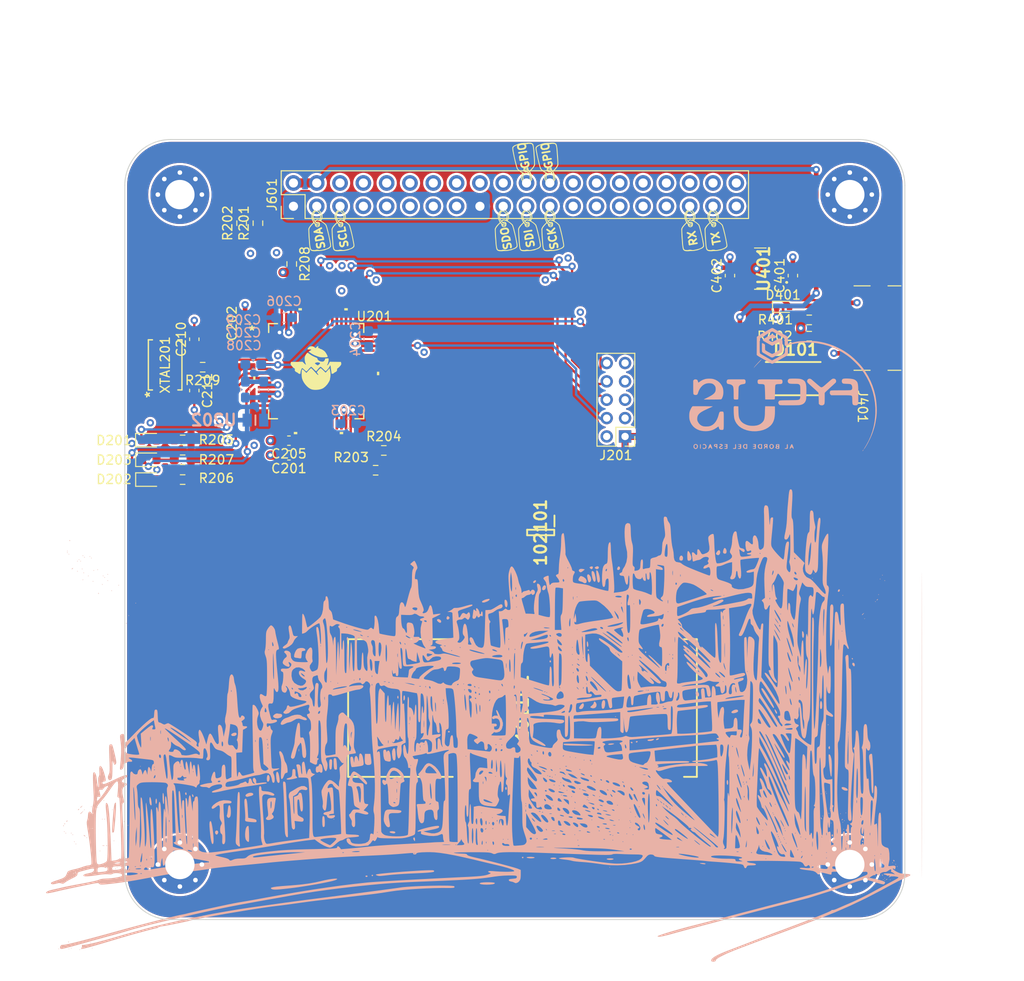
<source format=kicad_pcb>
(kicad_pcb (version 20211014) (generator pcbnew)
  (layers (0 "F.Cu" signal) (1 "In1.Cu" power "GND1.Cu") (2 "In2.Cu" power "GND2.Cu") (31 "B.Cu" signal) (34 "B.Paste" user) (35 "F.Paste" user) (36 "B.SilkS" user "B.Silkscreen") (37 "F.SilkS" user "F.Silkscreen") (38 "B.Mask" user) (39 "F.Mask" user) (44 "Edge.Cuts" user))
  (net 0 "")
  (net 1 "+5V")
  (net 2 "/USB Power/USB_VBUS")
  (net 3 "+3.3V")
  (net 4 "GND")
  (net 6 "/Board Connector/3.3V_PIN")
  (net 7 "/SPI_MOSI")
  (net 10 "/STM32 MCU/LED_R")
  (net 11 "Net-(D201-Pad2)")
  (net 12 "/STM32 MCU/LED_G")
  (net 13 "Net-(D202-Pad2)")
  (net 14 "/STM32 MCU/LED_YL")
  (net 15 "Net-(D203-Pad2)")
  (net 18 "Net-(J201-Pad4)")
  (net 19 "Net-(J201-Pad6)")
  (net 25 "/SCL_CONN")
  (net 26 "/SDA_CONN")
  (net 27 "/SPI_MISO")
  (net 28 "/SPI_SCK")
  (net 29 "/SERIAL_RX")
  (net 30 "/SERIAL_TX")
  (net 35 "/STM32 MCU/BOOT0")
  (net 36 "/STM32 MCU/HSE_OUT")
  (net 37 "Net-(C211-Pad1)")
  (net 38 "/STM32 MCU/NRST")
  (net 39 "/STM32 MCU/JTCK")
  (net 40 "/STM32 MCU/JTMS")
  (net 41 "/STM32 MCU/JTDO")
  (net 42 "/STM32 MCU/JTDI")
  (net 43 "/STM32 MCU/PWM_CH3")
  (net 49 "/STM32 MCU/ADC1")
  (net 50 "/STM32 MCU/ADC2")
  (net 51 "/STM32 MCU/ADC3")
  (net 52 "/STM32 MCU/ADC4")
  (net 53 "/STM32 MCU/PWM_CH4")
  (net 54 "/GPIO_13")
  (net 56 "/STM32 MCU/HSE_IN")
  (net 57 "+3.3VA")
  (net 59 "/GPIO_14")
  (net 72 "Net-(J401-PadA5)")
  (net 73 "Net-(J401-PadB5)")
  (net 81 "unconnected-(J401-PadS1)")
  (net 90 "/STM32 MCU/SCL1")
  (net 111 "/STM32 MCU/SDA1")
  (net 112 "/STM32 MCU/SCL2")
  (net 113 "/STM32 MCU/SDA2")
  (net 114 "/STM32 MCU/GPIO_13")
  (net 115 "/STM32 MCU/GPIO_14")
  (net 116 "/STM32 MCU/SPI_SCK")
  (net 117 "/STM32 MCU/~{SBMALERT}")
  (net 118 "/STM32 MCU/EN_5V")
  (net 119 "/STM32 MCU/EN_3V3")
  (net 120 "/STM32 MCU/SPI_MISO")
  (net 121 "/STM32 MCU/SPI_MOSI")
  (net 122 "/STM32 MCU/UART3_TX")
  (net 123 "/STM32 MCU/UART3_RX")
  (footprint "LOGO" (layer "F.Cu") (at 129.353 85.444)
    (fp_text reference "G002" hide)
    (fp_text value "LOGO" hide)
  )
  (footprint "Resistor_SMD:R_0603_1608Metric_Pad0.98x0.95mm_HandSolder" (layer "F.Cu") (at 123.571 69.469 -90)
    (fp_text reference "R201")
    (fp_text value "4.7k")
  )
  (footprint "Capacitor_SMD:C_0603_1608Metric_Pad1.08x0.95mm_HandSolder" (layer "F.Cu") (at 126.9492 94.7674 180)
    (fp_text reference "C201")
    (fp_text value "4.7uF")
  )
  (footprint "LED_SMD:LED_0603_1608Metric" (layer "F.Cu") (at 111.7229 93.1164)
    (fp_text reference "D201")
    (fp_text value "LED_R")
  )
  (footprint "Diode_SMD:D_SOD-523" (layer "F.Cu") (at 180.7972 78.5876)
    (fp_text reference "D401")
    (fp_text value "PESD5V0S1BB_115")
  )
  (footprint "LOGO" (layer "F.Cu") (at 155.067 62.992 -90)
    (fp_text reference "G***" hide)
    (fp_text value "LOGO" hide)
  )
  (footprint "LT1930ES5#TRMPBF:SOT95P280X145-5N" (layer "F.Cu") (at 154.3812 103.1748 -90)
    (fp_text reference "102101")
    (fp_text value "LT1930ES5#TRMPBF" hide)
  )
  (footprint "Resistor_SMD:R_0603_1608Metric_Pad0.98x0.95mm_HandSolder" (layer "F.Cu") (at 127.254 73.914 -90)
    (fp_text reference "R208")
    (fp_text value "10k")
  )
  (footprint "Connector_PinHeader_2.00mm:PinHeader_2x05_P2.00mm_Vertical" (layer "F.Cu") (at 163.576 92.71 180)
    (fp_text reference "J201")
    (fp_text value "Conn_ARM_JTAG_SWD_10")
  )
  (footprint "Capacitor_SMD:C_0603_1608Metric_Pad1.08x0.95mm_HandSolder" (layer "F.Cu") (at 181.864 75.184 90)
    (fp_text reference "C401")
    (fp_text value "4.7uF")
  )
  (footprint "Connector_USB:USB_C_Receptacle_GCT_USB4135-GF-A_6P_TopMnt_Horizontal" (layer "F.Cu") (at 190.627 80.899 90)
    (fp_text reference "J401")
    (fp_text value "USB_C_Receptacle_PowerOnly_6P")
  )
  (footprint "Connector_PinHeader_2.54mm:PinHeader_2x20_P2.54mm_Vertical" (layer "F.Cu") (at 127.44 67.63 90)
    (fp_text reference "J601")
    (fp_text value "Conn_02x20_Odd_Even")
  )
  (footprint "MountingHole:MountingHole_3.2mm_M3_Pad_Via" (layer "F.Cu") (at 115.065 139.355)
    (fp_text reference "M1203" hide)
    (fp_text value "MountingHole_Pad")
  )
  (footprint "LOGO" (layer "F.Cu") (at 130.302 70.231 90)
    (fp_text reference "G***" hide)
    (fp_text value "LOGO" hide)
  )
  (footprint "Resistor_SMD:R_0603_1608Metric_Pad0.98x0.95mm_HandSolder" (layer "F.Cu") (at 183.642 80.01 180)
    (fp_text reference "R401")
    (fp_text value "5.1k")
  )
  (footprint "LOGO" (layer "F.Cu") (at 150.622 70.231 90)
    (fp_text reference "G***" hide)
    (fp_text value "LOGO" hide)
  )
  (footprint "LOGO" (layer "F.Cu") (at 173.482 70.231 90)
    (fp_text reference "G***" hide)
    (fp_text value "LOGO" hide)
  )
  (footprint "Capacitor_SMD:C_0603_1608Metric_Pad1.08x0.95mm_HandSolder" (layer "F.Cu") (at 116.6368 82.1182 90)
    (fp_text reference "C210")
    (fp_text value "6pF")
  )
  (footprint "Resistor_SMD:R_0603_1608Metric_Pad0.98x0.95mm_HandSolder" (layer "F.Cu") (at 121.793 69.469 90)
    (fp_text reference "R202")
    (fp_text value "4.7k")
  )
  (footprint "LSM115JE3_TR13:DIOM5436X330N" (layer "F.Cu") (at 182.185 86.4092)
    (fp_text reference "D101")
    (fp_text value "LSM115JE3_TR13" hide)
  )
  (footprint "Capacitor_SMD:C_0603_1608Metric_Pad1.08x0.95mm_HandSolder" (layer "F.Cu") (at 116.6368 87.7062 -90)
    (fp_text reference "C211")
    (fp_text value "6pF")
  )
  (footprint "Capacitor_SMD:C_0603_1608Metric_Pad1.08x0.95mm_HandSolder" (layer "F.Cu") (at 175.006 75.184 90)
    (fp_text reference "C402")
    (fp_text value "4.7uF")
  )
  (footprint "LOGO" (layer "F.Cu") (at 170.942 70.231 90)
    (fp_text reference "G***" hide)
    (fp_text value "LOGO" hide)
  )
  (footprint "LED_SMD:LED_0603_1608Metric" (layer "F.Cu") (at 111.7345 97.409)
    (fp_text reference "D202")
    (fp_text value "LED_G")
  )
  (footprint "Resistor_SMD:R_0603_1608Metric_Pad0.98x0.95mm_HandSolder" (layer "F.Cu") (at 136.398 96.393)
    (fp_text reference "R203")
    (fp_text value "4.7k")
  )
  (footprint "Resistor_SMD:R_0603_1608Metric_Pad0.98x0.95mm_HandSolder" (layer "F.Cu") (at 115.3668 93.091 180)
    (fp_text reference "R205")
    (fp_text value "130")
  )
  (footprint "AP7361C-25Y5-13:AP7361C25Y513" (layer "F.Cu") (at 178.389 74.422 90)
    (fp_text reference "U401")
    (fp_text value "AP7361C-33Y5-13" hide)
  )
  (footprint "Resistor_SMD:R_0603_1608Metric_Pad0.98x0.95mm_HandSolder" (layer "F.Cu") (at 117.5512 85.1662 180)
    (fp_text reference "R209")
    (fp_text value "3.3k")
  )
  (footprint "NX5032GA-8.000M:XTAL_NX5032_NDK" (layer "F.Cu") (at 113.4618 84.9122 90)
    (fp_text reference "XTAL201")
    (fp_text value "NX5032GA-8.000M-STD-CSU-1")
  )
  (footprint "Capacitor_SMD:C_0603_1608Metric_Pad1.08x0.95mm_HandSolder" (layer "F.Cu") (at 122.174 80.391 90)
    (fp_text reference "C202")
    (fp_text value "100nF")
  )
  (footprint "Resistor_SMD:R_0603_1608Metric_Pad0.98x0.95mm_HandSolder" (layer "F.Cu") (at 115.3668 97.409 180)
    (fp_text reference "R206")
    (fp_text value "130")
  )
  (footprint "MountingHole:MountingHole_3.2mm_M3_Pad_Via" (layer "F.Cu") (at 188.065 66.355)
    (fp_text reference "M1202" hide)
    (fp_text value "MountingHole_Pad")
  )
  (footprint "Resistor_SMD:R_0603_1608Metric_Pad0.98x0.95mm_HandSolder" (layer "F.Cu") (at 183.642 81.788 180)
    (fp_text reference "R402")
    (fp_text value "5.1k")
  )
  (footprint "LOGO" (layer "F.Cu") (at 152.527 62.992 -90)
    (fp_text reference "G***" hide)
    (fp_text value "LOGO" hide)
  )
  (footprint "Resistor_SMD:R_0603_1608Metric_Pad0.98x0.95mm_HandSolder" (layer "F.Cu") (at 137.2875 94.234 180)
    (fp_text reference "R204")
    (fp_text value "4.7k")
  )
  (footprint "MountingHole:MountingHole_3.2mm_M3_Pad_Via" (layer "F.Cu") (at 115.065 66.355)
    (fp_text reference "M1201" hide)
    (fp_text value "MountingHole_Pad")
  )
  (footprint "RM-VT02:RMVT02" (layer "F.Cu") (at 152.4 122.301 90)
    (fp_text reference "101101")
    (fp_text value "RM-VT02" hide)
  )
  (footprint "MountingHole:MountingHole_3.2mm_M3_Pad_Via" (layer "F.Cu") (at 188.065 139.355)
    (fp_text reference "M1204" hide)
    (fp_text value "MountingHole_Pad")
  )
  (footprint "STM32L431RCT:LQFP-64" (layer "F.Cu") (at 129.921 85.598)
    (fp_text reference "U201")
    (fp_text value "STM32L431RCT")
  )
  (footprint "Capacitor_SMD:C_0603_1608Metric_Pad1.08x0.95mm_HandSolder" (layer "F.Cu") (at 126.9492 93.1672 180)
    (fp_text reference "C205")
    (fp_text value "100nF")
  )
  (footprint "LOGO" (layer "F.Cu") (at 155.702 70.231 90)
    (fp_text reference "G***" hide)
    (fp_text value "LOGO" hide)
  )
  (footprint "LOGO" (layer "F.Cu") (at 153.162 70.231 90)
    (fp_text reference "G***" hide)
    (fp_text value "LOGO" hide)
  )
  (footprint "LOGO" (layer "F.Cu") (at 132.842 70.231 90)
    (fp_text reference "G***" hide)
    (fp_text value "LOGO" hide)
  )
  (footprint "LED_SMD:LED_0603_1608Metric" (layer "F.Cu") (at 111.7345 95.25)
    (fp_text reference "D203")
    (fp_text value "LED_B")
  )
  (footprint "Resistor_SMD:R_0603_1608Metric_Pad0.98x0.95mm_HandSolder" (layer "F.Cu") (at 115.3668 95.25 180)
    (fp_text reference "R207")
    (fp_text value "120")
  )
  (footprint "Capacitor_SMD:C_0603_1608Metric_Pad1.08x0.95mm_HandSolder" (layer "B.Cu") (at 126.4158 79.756)
    (fp_text reference "C206")
    (fp_text value "100nF")
  )
  (footprint "Capacitor_SMD:C_0603_1608Metric_Pad1.08x0.95mm_HandSolder" (layer "B.Cu") (at 133.4262 91.313 180)
    (fp_text reference "C203")
    (fp_text value "100nF")
  )
  (footprint "LOGO" (layer "B.Cu") (at 147.89124 124.121334 180)
    (fp_text reference "G***")
    (fp_text value "LOGO" hide)
  )
  (footprint "Capacitor_SMD:C_0603_1608Metric_Pad1.08x0.95mm_HandSolder" (layer "B.Cu") (at 122.1994 87.6046 90)
    (fp_text reference "C207")
    (fp_text value "1uF")
  )
  (footprint "Capacitor_SMD:C_0603_1608Metric_Pad1.08x0.95mm_HandSolder" (layer "B.Cu") (at 135.636 82.0928 -90)
    (fp_text reference "C204")
    (fp_text value "100nF")
  )
  (footprint "HZ0805E601R-10:BEADC2012X90N" (layer "B.Cu") (at 123.3 90.932)
    (fp_text reference "U202")
    (fp_text value "HZ0805E601R-10" hide)
  )
  (footprint "Capacitor_SMD:C_0603_1608Metric_Pad1.08x0.95mm_HandSolder" (layer "B.Cu") (at 124.206 87.6046 90)
    (fp_text reference "C208")
    (fp_text value "10nF")
  )
  (footprint "Capacitor_SMD:C_0603_1608Metric_Pad1.08x0.95mm_HandSolder" (layer "B.Cu") (at 123.063 84.8614 180)
    (fp_text reference "C209")
    (fp_text value "100nF")
  )
  (footprint "LOGO" (layer "B.Cu") (at 179.609725 87.588361 180)
    (fp_text reference "G001" hide)
    (fp_text value "LOGO" hide)
  )
  (gr_arc (start 109.065 65.355) (mid 110.529466 61.819466) (end 114.065 60.355) (layer "Edge.Cuts") (width 0.1))
  (gr_arc (start 114.065 145.355) (mid 110.529466 143.890534) (end 109.065 140.355) (layer "Edge.Cuts") (width 0.1))
  (gr_arc (start 194.065 140.355) (mid 192.600534 143.890534) (end 189.065 145.355) (layer "Edge.Cuts") (width 0.1))
  (gr_line (start 194.065 65.355) (end 194.065 140.355) (layer "Edge.Cuts") (width 0.1))
  (gr_line (start 114.065 60.355) (end 189.065 60.355) (layer "Edge.Cuts") (width 0.1))
  (gr_line (start 109.065 140.355) (end 109.065 65.355) (layer "Edge.Cuts") (width 0.1))
  (gr_line (start 189.065 145.355) (end 114.065 145.355) (layer "Edge.Cuts") (width 0.1))
  (gr_arc (start 189.065 60.355) (mid 192.600534 61.819466) (end 194.065 65.355) (layer "Edge.Cuts") (width 0.1))
  (gr_text "TX" (at 173.482 71.12 100) (layer "F.SilkS") (effects (font (size 0.8128 0.8128) (thickness 0.1905))))
  (gr_text "GPIO" (at 155.067 62.103 100) (layer "F.SilkS") (effects (font (size 0.8128 0.8128) (thickness 0.1905))))
  (gr_text "SDI" (at 153.162 71.12 100) (layer "F.SilkS") (effects (font (size 0.8128 0.8128) (thickness 0.1905))))
  (gr_text "RX" (at 170.942 71.12 100) (layer "F.SilkS") (effects (font (size 0.8128 0.8128) (thickness 0.1905))))
  (gr_text "SDO" (at 150.622 71.12 100) (layer "F.SilkS") (effects (font (size 0.8128 0.8128) (thickness 0.1905))))
  (gr_text "SCK" (at 155.702 71.12 100) (layer "F.SilkS") (effects (font (size 0.8128 0.8128) (thickness 0.1905))))
  (gr_text "GPIO" (at 152.527 62.103 100) (layer "F.SilkS") (effects (font (size 0.8128 0.8128) (thickness 0.1905))))
  (gr_text "SCL" (at 132.841999 70.993 100) (layer "F.SilkS") (effects (font (size 0.8128 0.8128) (thickness 0.1905))))
  (gr_text "SDA" (at 130.302 71.12 100) (layer "F.SilkS") (effects (font (size 0.8128 0.8128) (thickness 0.1905))))
  (segment (start 176.089 86.419) (end 176.089 79.689) (width 0.508) (layer "F.Cu") (net 1))
  (segment (start 184.404 63.627) (end 184.404 77.089) (width 0.508) (layer "F.Cu") (net 1))
  (segment (start 127.44 65.09) (end 129.98 65.09) (width 1.016) (layer "F.Cu") (net 1))
  (segment (start 176.0988 86.4092) (end 176.089 86.419) (width 0.508) (layer "F.Cu") (net 1))
  (segment (start 179.985 86.4092) (end 176.0988 86.4092) (width 0.508) (layer "F.Cu") (net 1))
  (via (at 184.404 63.627) (size 0.8) (drill 0.4) (layers "F.Cu" "B.Cu") (net 1))
  (via (at 184.404 77.089) (size 0.8) (drill 0.4) (layers "F.Cu" "B.Cu") (net 1))
  (via (at 176.089 79.689) (size 0.8) (drill 0.4) (layers "F.Cu" "B.Cu") (net 1))
  (segment (start 183.007 78.486) (end 177.292 78.486) (width 0.508) (layer "B.Cu") (net 1))
  (segment (start 184.404 77.089) (end 183.007 78.486) (width 0.508) (layer "B.Cu") (net 1))
  (segment (start 184.3786 63.6016) (end 131.4684 63.6016) (width 0.508) (layer "B.Cu") (net 1))
  (segment (start 184.404 63.627) (end 184.3786 63.6016) (width 0.508) (layer "B.Cu") (net 1))
  (segment (start 131.4684 63.6016) (end 129.98 65.09) (width 0.508) (layer "B.Cu") (net 1))
  (segment (start 177.292 78.486) (end 176.089 79.689) (width 0.508) (layer "B.Cu") (net 1))
  (segment (start 187.5945 79.379) (end 186.186 79.379) (width 0.508) (layer "F.Cu") (net 2))
  (segment (start 185.388929 82.419) (end 187.5945 82.419) (width 0.508) (layer "F.Cu") (net 2))
  (segment (start 185.293 78.486) (end 181.483 78.486) (width 0.508) (layer "F.Cu") (net 2))
  (segment (start 188.3028 82.419) (end 187.5945 82.419) (width 0.508) (layer "F.Cu") (net 2))
  (segment (start 181.7395 75.922) (end 181.864 76.0465) (width 0.508) (layer "F.Cu") (net 2))
  (segment (start 182.88 75.0305) (end 182.88 72.898) (width 0.254) (layer "F.Cu") (net 2))
  (segment (start 186.186 79.379) (end 185.293 78.486) (width 0.508) (layer "F.Cu") (net 2))
  (segment (start 180.039 77.042) (end 180.039 75.922) (width 0.508) (layer "F.Cu") (net 2))
  (segment (start 181.483 78.486) (end 180.039 77.042) (width 0.508) (layer "F.Cu") (net 2))
  (segment (start 180.039 75.922) (end 181.7395 75.922) (width 0.508) (layer "F.Cu") (net 2))
  (segment (start 177.906 71.755) (end 176.739 72.922) (width 0.254) (layer "F.Cu") (net 2))
  (segment (start 184.385 86.4092) (end 184.385 83.422929) (width 0.508) (layer "F.Cu") (net 2))
  (segment (start 187.5945 79.379) (end 188.3958 79.379) (width 0.508) (layer "F.Cu") (net 2))
  (segment (start 188.6485 79.6317) (end 188.6485 82.0733) (width 0.508) (layer "F.Cu") (net 2))
  (segment (start 182.88 72.898) (end 181.737 71.755) (width 0.254) (layer "F.Cu") (net 2))
  (segment (start 181.737 71.755) (end 177.906 71.755) (width 0.254) (layer "F.Cu") (net 2))
  (segment (start 181.864 76.0465) (end 182.88 75.0305) (width 0.254) (layer "F.Cu") (net 2))
  (segment (start 188.3958 79.379) (end 188.6485 79.6317) (width 0.508) (layer "F.Cu") (net 2))
  (segment (start 188.6485 82.0733) (end 188.3028 82.419) (width 0.508) (layer "F.Cu") (net 2))
  (segment (start 184.385 83.422929) (end 185.388929 82.419) (width 0.508) (layer "F.Cu") (net 2))
  (segment (start 176.739 75.922) (end 175.1305 75.922) (width 0.508) (layer "F.Cu") (net 3))
  (segment (start 133.671 90.0776) (end 133.9342 89.8144) (width 0.254) (layer "F.Cu") (net 3))
  (segment (start 124.183 81.848) (end 122.7685 81.848) (width 0.254) (layer "F.Cu") (net 3))
  (segment (start 125.924297 81.3816) (end 126.171 81.134897) (width 0.254) (layer "F.Cu") (net 3))
  (segment (start 127.171 91.336) (end 127.171 92.5265) (width 0.254) (layer "F.Cu") (net 3))
  (segment (start 133.671 91.336) (end 133.671 90.0776) (width 0.254) (layer "F.Cu") (net 3))
  (segment (start 126.171 81.134897) (end 126.171 79.86) (width 0.254) (layer "F.Cu") (net 3))
  (segment (start 122.7685 81.848) (end 122.174 81.2535) (width 0.254) (layer "F.Cu") (net 3))
  (segment (start 127.171 92.5265) (end 127.8117 93.1672) (width 0.254) (layer "F.Cu") (net 3))
  (segment (start 175.1305 75.922) (end 175.006 76.0465) (width 0.508) (layer "F.Cu") (net 3))
  (via (at 125.924297 81.3816) (size 0.8) (drill 0.4) (layers "F.Cu" "B.Cu") (net 3))
  (via (at 134.1628 81.575897) (size 0.8) (drill 0.4) (layers "F.Cu" "B.Cu") (net 3))
  (via (at 133.9342 89.8144) (size 0.8) (drill 0.4) (layers "F.Cu" "B.Cu") (net 3))
  (segment (start 135.290403 81.575897) (end 135.636 81.2303) (width 0.254) (layer "B.Cu") (net 3))
  (segment (start 125.924297 81.3816) (end 125.924297 80.126997) (width 0.254) (layer "B.Cu") (net 3))
  (segment (start 133.9342 89.8144) (end 133.9342 90.9585) (width 0.254) (layer "B.Cu") (net 3))
  (segment (start 134.1628 81.575897) (end 135.290403 81.575897) (width 0.254) (layer "B.Cu") (net 3))
  (segment (start 133.9342 90.9585) (end 134.2887 91.313) (width 0.254) (layer "B.Cu") (net 3))
  (segment (start 125.924297 80.126997) (end 125.5533 79.756) (width 0.254) (layer "B.Cu") (net 3))
  (segment (start 126.671 91.336) (end 126.671 92.5829) (width 0.254) (layer "F.Cu") (net 4))
  (segment (start 126.671 92.5829) (end 126.0867 93.1672) (width 0.254) (layer "F.Cu") (net 4))
  (segment (start 133.171 91.336) (end 133.171 90.050703) (width 0.254) (layer "F.Cu") (net 4))
  (segment (start 125.469697 87.348) (end 125.73 87.087697) (width 0.254) (layer "F.Cu") (net 4))
  (segment (start 187.5945 78.149) (end 188.8304 78.149) (width 0.508) (layer "F.Cu") (net 4))
  (segment (start 133.171 90.050703) (end 132.934697 89.8144) (width 0.254) (layer "F.Cu") (net 4))
  (segment (start 124.9172 94.742) (end 126.0613 94.742) (width 1.016) (layer "F.Cu") (net 4))
  (segment (start 134.3902 82.348) (end 134.1628 82.5754) (width 0.254) (layer "F.Cu") (net 4))
  (segment (start 116.6368 81.2557) (end 116.6368 80.0608) (width 0.254) (layer "F.Cu") (net 4))
  (segment (start 116.6368 89.8144) (end 116.6368 88.5687) (width 0.254) (layer "F.Cu") (net 4))
  (segment (start 181.864 74.3215) (end 181.864 73.157714) (width 0.508) (layer "F.Cu") (net 4))
  (segment (start 180.039 74.422) (end 181.7635 74.422) (width 0.508) (layer "F.Cu") (net 4))
  (segment (start 173.8376 74.3204) (end 175.0049 74.3204) (width 0.508) (layer "F.Cu") (net 4))
  (segment (start 126.9238 81.3816) (end 126.671 81.1288) (width 0.254) (layer "F.Cu") (net 4))
  (segment (start 186.3412 83.649) (end 186.3344 83.6422) (width 0.508) (layer "F.Cu") (net 4))
  (segment (start 181.864 73.157714) (end 181.858286 73.152) (width 0.508) (layer "F.Cu") (net 4))
  (segment (start 126.0613 94.742) (end 126.0867 94.7674) (width 1.016) (layer "F.Cu") (net 4))
  (segment (start 175.0049 74.3204) (end 175.006 74.3215) (width 0.508) (layer "F.Cu") (net 4))
  (segment (start 177.914 74.422) (end 177.8135 74.3215) (width 0.508) (layer "F.Cu") (net 4))
  (segment (start 126.0867 93.1672) (end 126.0867 94.1567) (width 1.016) (layer "F.Cu") (net 4))
  (segment (start 180.086 78.5988) (end 180.0972 78.5876) (width 0.508) (layer "F.Cu") (net 4))
  (segment (start 180.086 79.7052) (end 180.086 78.5988) (width 0.508) (layer "F.Cu") (net 4))
  (segment (start 126.296804 74.8265) (end 127.254 74.8265) (width 1.016) (layer "F.Cu") (net 4))
  (segment (start 188.8304 78.149) (end 188.849 78.1304) (width 0.508) (layer "F.Cu") (net 4))
  (segment (start 182.7295 81.788) (end 182.7295 80.01) (width 1.016) (layer "F.Cu") (net 4))
  (segment (start 135.659 82.348) (end 134.3902 82.348) (width 0.254) (layer "F.Cu") (net 4))
  (segment (start 124.9172 93.1672) (end 126.0867 93.1672) (width 1.016) (layer "F.Cu") (net 4))
  (segment (start 177.8135 74.3215) (end 175.006 74.3215) (width 0.508) (layer "F.Cu") (net 4))
  (segment (start 126.671 81.1288) (end 126.671 79.86) (width 0.254) (layer "F.Cu") (net 4))
  (segment (start 175.006 74.3215) (end 175.006 73.152) (width 0.508) (layer "F.Cu") (net 4))
  (segment (start 126.0867 94.1567) (end 126.0867 94.7674) (width 1.016) (layer "F.Cu") (net 4))
  (segment (start 187.5945 83.649) (end 186.3412 83.649) (width 0.508) (layer "F.Cu") (net 4))
  (segment (start 181.7635 74.422) (end 181.864 74.3215) (width 0.508) (layer "F.Cu") (net 4))
  (segment (start 122.174 79.5285) (end 122.174 78.359) (width 0.508) (layer "F.Cu") (net 4))
  (segment (start 124.183 87.348) (end 125.469697 87.348) (width 0.254) (layer "F.Cu") (net 4))
  (via (at 134.1628 82.5754) (size 0.8) (drill 0.4) (layers "F.Cu" "B.Cu") (net 4))
  (via (at 181.858286 73.152) (size 0.8) (drill 0.4) (layers "F.Cu" "B.Cu") (net 4))
  (via (at 141.676755 83.5305) (size 0.8) (drill 0.4) (layers "F.Cu" "B.Cu") (net 4))
  (via (at 123.159272 93.679643) (size 0.8) (drill 0.4) (layers "F.Cu" "B.Cu") (net 4))
  (via (at 173.8376 74.3204) (size 0.8) (drill 0.4) (layers "F.Cu" "B.Cu") (net 4))
  (via (at 126.9238 81.3816) (size 0.8) (drill 0.4) (layers "F.Cu" "B.Cu") (net 4))
  (via (at 125.73 87.087697) (size 0.8) (drill 0.4) (layers "F.Cu" "B.Cu") (net 4))
  (via (at 154.886141 75.6565) (size 0.8) (drill 0.4) (layers "F.Cu" "B.Cu") (net 4))
  (via (at 157.37128 73.263988) (size 0.8) (drill 0.4) (layers "F.Cu" "B.Cu") (net 4))
  (via (at 112.564338 96.3345) (size 0.8) (drill 0.4) (layers "F.Cu" "B.Cu") (net 4))
  (via (at 109.841038 93.474535) (size 0.8) (drill 0.4) (layers "F.Cu" "B.Cu") (net 4))
  (via (at 131.383016 74.1055) (size 0.8) (drill 0.4) (layers "F.Cu" "B.Cu") (net 4))
  (via (at 119.399251 91.059) (size 0.8) (drill 0.4) (layers "F.Cu" "B.Cu") (net 4))
  (via (at 116.6368 89.8144) (size 0.8) (drill 0.4) (layers "F.Cu" "B.Cu") (net 4))
  (via (at 116.6368 80.0608) (size 0.8) (drill 0.4) (layers "F.Cu" "B.Cu") (net 4))
  (via (at 158.6992 79.162897) (size 0.8) (drill 0.4) (layers "F.Cu" "B.Cu") (net 4))
  (via (at 122.759344 72.767801) (size 0.8) (drill 0.4) (layers "F.Cu" "B.Cu") (net 4))
  (via (at 120.201959 93.180468) (size 0.8) (drill 0.4) (layers "F.Cu" "B.Cu") (net 4))
  (via (at 136.456348 75.6565) (size 0.8) (drill 0.4) (layers "F.Cu" "B.Cu") (net 4))
  (via (at 188.849 78.1304) (size 0.8) (drill 0.4) (layers "F.Cu" "B.Cu") (net 4))
  (via (at 132.698483 76.841236) (size 0.8) (drill 0.4) (layers "F.Cu" "B.Cu") (net 4))
  (via (at 124.9172 94.742) (size 0.8) (drill 0.4) (layers "F.Cu" "B.Cu") (net 4))
  (via (at 175.006 73.152) (size 0.8) (drill 0.4) (layers "F.Cu" "B.Cu") (net 4))
  (via (at 125.729746 83.904303) (size 0.8) (drill 0.4) (layers "F.Cu" "B.Cu") (net 4))
  (via (at 182.7295 80.9009) (size 0.8) (drill 0.4) (layers "F.Cu" "B.Cu") (net 4))
  (via (at 111.84066 91.2215) (size 0.8) (drill 0.4) (layers "F.Cu" "B.Cu") (net 4))
  (via (at 186.3344 83.6422) (size 0.8) (drill 0.4) (layers "F.Cu" "B.Cu") (net 4))
  (via (at 180.086 79.7052) (size 0.8) (drill 0.4) (layers "F.Cu" "B.Cu") (net 4))
  (via (at 124.9172 93.1672) (size 0.8) (drill 0.4) (layers "F.Cu" "B.Cu") (net 4))
  (via (at 177.914 74.422) (size 0.8) (drill 0.4) (layers "F.Cu" "B.Cu") (net 4))
  (via (at 132.731497 74.1055) (size 0.8) (drill 0.4) (layers "F.Cu" "B.Cu") (net 4))
  (via (at 125.599373 72.682821) (size 0.8) (drill 0.4) (layers "F.Cu" "B.Cu") (net 4))
  (via (at 122.174 78.359) (size 0.8) (drill 0.4) (layers "F.Cu" "B.Cu") (net 4))
  (via (at 126.296804 74.8265) (size 0.8) (drill 0.4) (layers "F.Cu" "B.Cu") (net 4))
  (via (at 132.934697 89.8144) (size 0.8) (drill 0.4) (layers "F.Cu" "B.Cu") (net 4))
  (segment (start 134.1628 82.5754) (end 135.2561 82.5754) (width 0.254) (layer "B.Cu") (net 4))
  (segment (start 122.2005 86.741) (end 122.1994 86.7421) (width 0.508) (layer "B.Cu") (net 4))
  (segment (start 122.1994 86.7421) (end 124.206 86.7421) (width 0.508) (layer "B.Cu") (net 4))
  (segment (start 122.2005 84.8614) (end 122.2005 86.741) (width 0.508) (layer "B.Cu") (net 4))
  (segment (start 132.934697 90.942003) (end 132.5637 91.313) (width 0.254) (layer "B.Cu") (net 4))
  (segment (start 125.73 87.087697) (end 124.551597 87.087697) (width 0.254) (layer "B.Cu") (net 4))
  (segment (start 124.551597 87.087697) (end 124.206 86.7421) (width 0.254) (layer "B.Cu") (net 4))
  (segment (start 126.9238 81.3816) (end 126.9238 80.1105) (width 0.254) (layer "B.Cu") (net 4))
  (segment (start 135.2561 82.5754) (end 135.636 82.9553) (width 0.254) (layer "B.Cu") (net 4))
  (segment (start 126.9238 80.1105) (end 127.2783 79.756) (width 0.254) (layer "B.Cu") (net 4))
  (segment (start 132.934697 89.8144) (end 132.934697 90.942003) (width 0.254) (layer "B.Cu") (net 4))
  (segment (start 122.051 85.848) (end 124.183 85.848) (width 0.254) (layer "F.Cu") (net 10))
  (segment (start 110.871 93.052) (end 110.9354 93.1164) (width 0.254) (layer "F.Cu") (net 10))
  (segment (start 120.162245 87.736755) (end 122.051 85.848) (width 0.254) (layer "F.Cu") (net 10))
  (segment (start 120.162245 91.693119) (end 120.162245 87.736755) (width 0.254) (layer "F.Cu") (net 10))
  (segment (start 120.1675 91.698374) (end 120.162245 91.693119) (width 0.254) (layer "F.Cu") (net 10))
  (segment (start 110.871 91.948) (end 110.871 93.052) (width 0.254) (layer "F.Cu") (net 10))
  (via (at 110.871 91.948) (size 0.8) (drill 0.4) (layers "F.Cu" "B.Cu") (net 10))
  (via (at 120.1675 91.698374) (size 0.8) (drill 0.4) (layers "F.Cu" "B.Cu") (net 10))
  (segment (start 120.1675 91.698374) (end 119.917874 91.948) (width 0.254) (layer "B.Cu") (net 10))
  (segment (start 119.917874 91.948) (end 110.871 91.948) (width 0.254) (layer "B.Cu") (net 10))
  (segment (start 112.5104 93.1164) (end 114.4289 93.1164) (width 0.254) (layer "F.Cu") (net 11))
  (segment (start 114.4289 93.1164) (end 114.4543 93.091) (width 0.254) (layer "F.Cu") (net 11))
  (segment (start 109.855 94.488) (end 109.855 96.317) (width 0.254) (layer "F.Cu") (net 12))
  (segment (start 121.158 87.479947) (end 122.289947 86.348) (width 0.254) (layer "F.Cu") (net 12))
  (segment (start 122.289947 86.348) (end 124.183 86.348) (width 0.254) (layer "F.Cu") (net 12))
  (segment (start 121.158 93.472) (end 121.158 87.479947) (width 0.254) (layer "F.Cu") (net 12))
  (segment (start 109.855 96.317) (end 110.947 97.409) (width 0.254) (layer "F.Cu") (net 12))
  (via (at 121.158 93.472) (size 0.8) (drill 0.4) (layers "F.Cu" "B.Cu") (net 12))
  (via (at 109.855 94.488) (size 0.8) (drill 0.4) (layers "F.Cu" "B.Cu") (net 12))
  (segment (start 109.855 94.488) (end 110.435532 93.907468) (width 0.254) (layer "B.Cu") (net 12))
  (segment (start 120.722532 93.907468) (end 121.158 93.472) (width 0.254) (layer "B.Cu") (net 12))
  (segment (start 110.435532 93.907468) (end 120.722532 93.907468) (width 0.254) (layer "B.Cu") (net 12))
  (segment (start 112.522 97.409) (end 114.4543 97.409) (width 0.254) (layer "F.Cu") (net 13))
  (segment (start 123.21 86.848) (end 124.183 86.848) (width 0.254) (layer "F.Cu") (net 14))
  (segment (start 122.321 87.737) (end 123.21 86.848) (width 0.254) (layer "F.Cu") (net 14))
  (segment (start 111.632029 95.974221) (end 111.632029 95.935029) (width 0.254) (layer "F.Cu") (net 14))
  (segment (start 111.632029 95.935029) (end 110.947 95.25) (width 0.254) (layer "F.Cu") (net 14))
  (segment (start 122.428 94.361) (end 122.321 94.254) (width 0.254) (layer "F.Cu") (net 14))
  (segment (start 122.321 94.254) (end 122.321 87.737) (width 0.254) (layer "F.Cu") (net 14))
  (via (at 122.428 94.361) (size 0.8) (drill 0.4) (layers "F.Cu" "B.Cu") (net 14))
  (via (at 111.632029 95.974221) (size 0.8) (drill 0.4) (layers "F.Cu" "B.Cu") (net 14))
  (segment (start 122.428 94.869) (end 122.428 94.361) (width 0.254) (layer "B.Cu") (net 14))
  (segment (start 111.632029 95.974221) (end 112.22925 95.377) (width 0.254) (layer "B.Cu") (net 14))
  (segment (start 112.22925 95.377) (end 121.92 95.377) (width 0.254) (layer "B.Cu") (net 14))
  (segment (start 121.92 95.377) (end 122.428 94.869) (width 0.254) (layer "B.Cu") (net 14))
  (segment (start 112.522 95.25) (end 114.4543 95.25) (width 0.254) (layer "F.Cu") (net 15))
  (segment (start 155.769 75.157) (end 156.21 75.598) (width 0.254) (layer "F.Cu") (net 18))
  (segment (start 156.21 84.841) (end 160.904 89.535) (width 0.254) (layer "F.Cu") (net 18))
  (segment (start 156.21 75.598) (end 156.21 84.841) (width 0.254) (layer "F.Cu") (net 18))
  (segment (start 135.382 75.9225) (end 135.382 75.311) (width 0.254) (layer "F.Cu") (net 18))
  (segment (start 135.382 75.311) (end 135.763 74.93) (width 0.254) (layer "F.Cu") (net 18))
  (via (at 135.763 74.93) (size 0.8) (drill 0.4) (layers "F.Cu" "B.Cu") (net 18))
  (via (at 155.769 75.157) (size 0.8) (drill 0.4) (layers "F.Cu" "B.Cu") (net 18))
  (segment (start 155.542 74.93) (end 135.763 74.93) (width 0.254) (layer "B.Cu") (net 18))
  (segment (start 155.769 75.157) (end 155.542 74.93) (width 0.254) (layer "B.Cu") (net 18))
  (segment (start 130.81 74.93) (end 130.429 74.549) (width 0.254) (layer "F.Cu") (net 19))
  (segment (start 157.099 74.836) (end 157.099 84.709) (width 0.254) (layer "F.Cu") (net 19))
  (segment (start 157.099 84.709) (end 160.655 88.265) (width 0.254) (layer "F.Cu") (net 19))
  (segment (start 156.394631 73.4765) (end 156.394631 74.131631) (width 0.254) (layer "F.Cu") (net 19))
  (segment (start 130.429 74.549) (end 130.429 73.533) (width 0.254) (layer "F.Cu") (net 19))
  (segment (start 156.394631 74.131631) (end 157.099 74.836) (width 0.254) (layer "F.Cu") (net 19))
  (segment (start 160.655 88.265) (end 160.904 88.265) (width 0.254) (layer "F.Cu") (net 19))
  (segment (start 130.81 75.9225) (end 130.81 74.93) (width 0.254) (layer "F.Cu") (net 19))
  (via (at 156.394631 73.4765) (size 0.8) (drill 0.4) (layers "F.Cu" "B.Cu") (net 19))
  (via (at 130.429 73.533) (size 0.8) (drill 0.4) (layers "F.Cu" "B.Cu") (net 19))
  (segment (start 134.286634 73.633) (end 134.032134 73.3785) (width 0.254) (layer "B.Cu") (net 19))
  (segment (start 156.238131 73.633) (end 134.286634 73.633) (width 0.254) (layer "B.Cu") (net 19))
  (segment (start 156.394631 73.4765) (end 156.238131 73.633) (width 0.254) (layer "B.Cu") (net 19))
  (segment (start 134.032134 73.3785) (end 130.5835 73.3785) (width 0.254) (layer "B.Cu") (net 19))
  (segment (start 130.5835 73.3785) (end 130.429 73.533) (width 0.254) (layer "B.Cu") (net 19))
  (segment (start 128.171 79.86) (end 128.171 73.9185) (width 0.254) (layer "F.Cu") (net 35))
  (segment (start 128.171 73.9185) (end 127.254 73.0015) (width 0.254) (layer "F.Cu") (net 35))
  (segment (start 124.183 84.348) (end 119.2819 84.348) (width 0.254) (layer "F.Cu") (net 36))
  (segment (start 119.2819 84.348) (end 118.4637 85.1662) (width 0.254) (layer "F.Cu") (net 36))
  (segment (start 116.6368 86.8437) (end 116.4093 87.0712) (width 0.254) (layer "F.Cu") (net 37))
  (segment (start 116.6368 86.8437) (end 116.6368 85.1681) (width 0.254) (layer "F.Cu") (net 37))
  (segment (start 116.4093 87.0712) (end 113.4618 87.0712) (width 0.254) (layer "F.Cu") (net 37))
  (segment (start 116.6368 85.1681) (end 116.6387 85.1662) (width 0.254) (layer "F.Cu") (net 37))
  (segment (start 159.1818 80.645) (end 158.6992 80.1624) (width 0.254) (layer "F.Cu") (net 38))
  (segment (start 160.904 85.725) (end 160.904 81.1815) (width 0.254) (layer "F.Cu") (net 38))
  (segment (start 125.675702 84.848) (end 124.183 84.848) (width 0.254) (layer "F.Cu") (net 38))
  (segment (start 159.6155 80.645) (end 159.1818 80.645) (width 0.254) (layer "F.Cu") (net 38))
  (segment (start 160.904 81.1815) (end 161.4405 80.645) (width 0.254) (layer "F.Cu") (net 38))
  (segment (start 125.731506 84.903804) (end 125.675702 84.848) (width 0.254) (layer "F.Cu") (net 38))
  (via (at 125.731506 84.903804) (size 0.8) (drill 0.4) (layers "F.Cu" "B.Cu") (net 38))
  (via (at 158.6992 80.1624) (size 0.8) (drill 0.4) (layers "F.Cu" "B.Cu") (net 38))
  (segment (start 127.123826 84.903804) (end 131.86523 80.1624) (width 0.254) (layer "B.Cu") (net 38))
  (segment (start 131.86523 80.1624) (end 158.6992 80.1624) (width 0.254) (layer "B.Cu") (net 38))
  (segment (start 123.967904 84.903804) (end 123.9255 84.8614) (width 0.254) (layer "B.Cu") (net 38))
  (segment (start 125.731506 84.903804) (end 123.967904 84.903804) (width 0.254) (layer "B.Cu") (net 38))
  (segment (start 125.731506 84.903804) (end 127.123826 84.903804) (width 0.254) (layer "B.Cu") (net 38))
  (segment (start 133.671 79.86) (end 133.671 79.308) (width 0.254) (layer "F.Cu") (net 39))
  (segment (start 139.7235 82.804) (end 140.97 82.804) (width 0.254) (layer "F.Cu") (net 39))
  (segment (start 133.671 79.308) (end 135.2315 77.7475) (width 0.254) (layer "F.Cu") (net 39))
  (segment (start 135.2315 77.7475) (end 135.382 77.7475) (width 0.254) (layer "F.Cu") (net 39))
  (via (at 140.97 82.804) (size 0.8) (drill 0.4) (layers "F.Cu" "B.Cu") (net 39))
  (segment (start 158.242 88.143) (end 160.904 90.805) (width 0.254) (layer "B.Cu") (net 39))
  (segment (start 140.97 82.804) (end 155.702 82.804) (width 0.254) (layer "B.Cu") (net 39))
  (segment (start 155.702 82.804) (end 158.242 85.344) (width 0.254) (layer "B.Cu") (net 39))
  (segment (start 158.242 85.344) (end 158.242 88.143) (width 0.254) (layer "B.Cu") (net 39))
  (segment (start 137.8545 82.848) (end 137.8985 82.804) (width 0.254) (layer "F.Cu") (net 40))
  (segment (start 135.659 82.848) (end 137.8545 82.848) (width 0.254) (layer "F.Cu") (net 40))
  (segment (start 130.671 79.86) (end 130.671 77.8865) (width 0.254) (layer "F.Cu") (net 41))
  (segment (start 130.671 77.8865) (end 130.81 77.7475) (width 0.254) (layer "F.Cu") (net 41))
  (segment (start 133.731 78.105) (end 133.731 77.7475) (width 0.254) (layer "F.Cu") (net 42))
  (segment (start 133.171 78.665) (end 133.731 78.105) (width 0.254) (layer "F.Cu") (net 42))
  (segment (start 157.801 84.395) (end 160.401 86.995) (width 0.254) (layer "F.Cu") (net 42))
  (segment (start 133.731 75.9225) (end 133.731 74.1055) (width 0.254) (layer "F.Cu") (net 42))
  (segment (start 157.801 74.1664) (end 157.801 84.395) (width 0.254) (layer "F.Cu") (net 42))
  (segment (start 133.171 79.86) (end 133.171 78.665) (width 0.254) (layer "F.Cu") (net 42))
  (segment (start 160.401 86.995) (end 160.904 86.995) (width 0.254) (layer "F.Cu") (net 42))
  (via (at 157.801 74.1664) (size 0.8) (drill 0.4) (layers "F.Cu" "B.Cu") (net 42))
  (via (at 133.731 74.1055) (size 0.8) (drill 0.4) (layers "F.Cu" "B.Cu") (net 42))
  (segment (start 157.6994 74.268) (end 157.801 74.1664) (width 0.254) (layer "B.Cu") (net 42))
  (segment (start 135.966634 74.1055) (end 136.129134 74.268) (width 0.254) (layer "B.Cu") (net 42))
  (segment (start 136.129134 74.268) (end 157.6994 74.268) (width 0.254) (layer "B.Cu") (net 42))
  (segment (start 133.731 74.1055) (end 135.966634 74.1055) (width 0.254) (layer "B.Cu") (net 42))
  (segment (start 124.183 83.848) (end 117.5041 83.848) (width 0.254) (layer "F.Cu") (net 56))
  (segment (start 116.4093 82.7532) (end 116.6368 82.9807) (width 0.254) (layer "F.Cu") (net 56))
  (segment (start 113.4618 82.7532) (end 116.4093 82.7532) (width 0.254) (layer "F.Cu") (net 56))
  (segment (start 117.5041 83.848) (end 116.6368 82.9807) (width 0.254) (layer "F.Cu") (net 56))
  (segment (start 124.183 87.848) (end 125.4908 87.848) (width 0.254) (layer "F.Cu") (net 57))
  (segment (start 125.4908 87.848) (end 125.73 88.0872) (width 0.254) (layer "F.Cu") (net 57))
  (via (at 125.73 88.0872) (size 0.8) (drill 0.4) (layers "F.Cu" "B.Cu") (net 57))
  (segment (start 124.206 88.4671) (end 124.206 90.926) (width 0.508) (layer "B.Cu") (net 57))
  (segment (start 124.206 90.926) (end 124.2 90.932) (width 0.254) (layer "B.Cu") (net 57))
  (segment (start 125.73 88.0872) (end 124.5859 88.0872) (width 0.254) (layer "B.Cu") (net 57))
  (segment (start 124.5859 88.0872) (end 124.206 88.4671) (width 0.254) (layer "B.Cu") (net 57))
  (segment (start 122.1994 88.4671) (end 124.206 88.4671) (width 0.508) (layer "B.Cu") (net 57))
  (segment (start 184.9435 81.399) (end 184.5545 81.788) (width 0.508) (layer "F.Cu") (net 72))
  (segment (start 187.5945 81.399) (end 184.9435 81.399) (width 0.508) (layer "F.Cu") (net 72))
  (segment (start 187.5945 80.399) (end 184.9435 80.399) (width 0.508) (layer "F.Cu") (net 73))
  (segment (start 184.9435 80.399) (end 184.5545 80.01) (width 0.508) (layer "F.Cu") (net 73))
  (segment (start 127.671 79.86) (end 127.671 77.793) (width 0.25) (layer "F.Cu") (net 90))
  (segment (start 124.781 74.903) (end 124.781 71.5915) (width 0.25) (layer "F.Cu") (net 90))
  (segment (start 124.781 71.5915) (end 123.571 70.3815) (width 0.25) (layer "F.Cu") (net 90))
  (segment (start 127.671 77.793) (end 124.781 74.903) (width 0.25) (layer "F.Cu") (net 90))
  (segment (start 123.511 74.649) (end 127.171 78.309) (width 0.25) (layer "F.Cu") (net 111))
  (segment (start 123.511 72.109) (end 123.511 72.0995) (width 0.25) (layer "F.Cu") (net 111))
  (segment (start 127.171 78.309) (end 127.171 79.86) (width 0.25) (layer "F.Cu") (net 111))
  (segment (start 123.511 72.109) (end 123.511 74.649) (width 0.25) (layer "F.Cu") (net 111))
  (segment (start 123.511 72.0995) (end 121.793 70.3815) (width 0.25) (layer "F.Cu") (net 111))
  (zone (net 81) (net_name "unconnected-(J401-PadS1)") (layer "F.Cu") (name "USB_SHIELD") (priority 1) (connect_pads yes (clearance 0.254)) (min_thickness 0.3048) (fill yes (thermal_gap 0.3048) (thermal_bridge_width 0.3302))
    (polygon (pts (xy 193.802 87.475) (xy 186.878 87.475) (xy 186.878 74.3204) (xy 193.802 74.3204)))
  )
  (zone (net 3) (net_name "+3.3V") (layer "F.Cu") (connect_pads (clearance 0.254)) (min_thickness 0.1778) (fill yes (thermal_gap 0.508) (thermal_bridge_width 0.762))
    (polygon (pts (xy 194.945 146.015) (xy 108.077 146.015) (xy 108.077 59.655) (xy 194.945 59.655)))
  )
  (zone (net 3) (net_name "+3.3V") (layer "B.Cu") (connect_pads (clearance 0.254)) (min_thickness 0.1778) (fill yes (thermal_gap 0.508) (thermal_bridge_width 0.508))
    (polygon (pts (xy 194.945 146.015) (xy 108.077 146.015) (xy 108.077 59.655) (xy 194.945 59.655)))
  )
  (zone (net 6) (net_name "/Board Connector/3.3V_PIN") (layer "B.Cu") (name "3.3V_PIN") (priority 1) (connect_pads yes (clearance 0.254)) (min_thickness 0.254) (fill yes (thermal_gap 0.508) (thermal_bridge_width 0.508) (smoothing fillet) (radius 0.508))
    (polygon (pts (xy 148.844 69.1642) (xy 126.365 69.1642) (xy 126.365 66.04) (xy 148.844 66.04)))
  )
)
</source>
